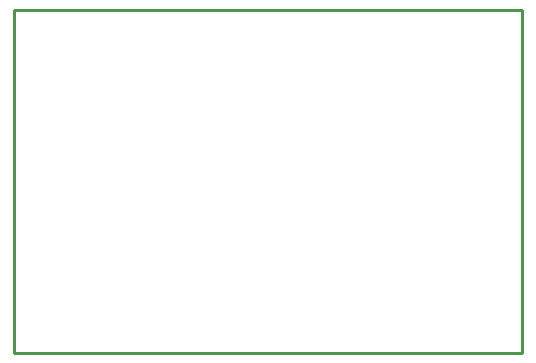
<source format=gko>
G04 Layer: BoardOutlineLayer*
G04 EasyEDA v6.5.34, 2023-09-19 01:31:31*
G04 170e72c34f8a4f55a7d3165c71e960a0,2c7f107921f9494b8657ce3d0c88cbd9,10*
G04 Gerber Generator version 0.2*
G04 Scale: 100 percent, Rotated: No, Reflected: No *
G04 Dimensions in millimeters *
G04 leading zeros omitted , absolute positions ,4 integer and 5 decimal *
%FSLAX45Y45*%
%MOMM*%

%ADD10C,0.2540*%
D10*
X407901Y14255470D02*
G01*
X4707892Y14255470D01*
X4707892Y11355473D01*
X407901Y11355473D01*
X407901Y14255470D01*

%LPD*%
M02*

</source>
